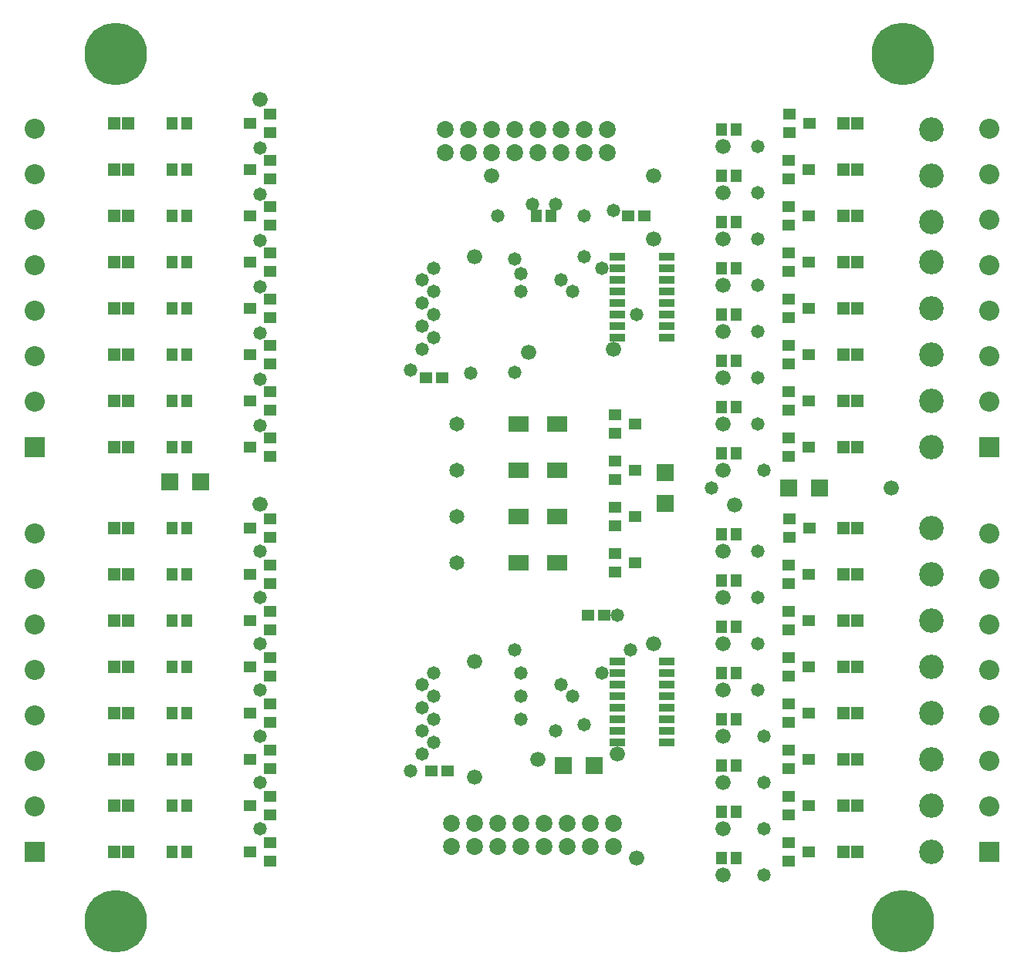
<source format=gbr>
G04 Easy-PC Gerber Version 25.0 Build 5877*
G04 #@! TF.Part,Single*
G04 #@! TF.FileFunction,Soldermask,Top*
G04 #@! TF.FilePolarity,Negative*
%FSLAX35Y35*%
%MOIN*%
G04 #@! TA.AperFunction,SMDPad,CuDef*
%ADD80R,0.05000X0.05400*%
%ADD78R,0.05500X0.05500*%
%ADD111R,0.07300X0.07300*%
G04 #@! TA.AperFunction,ComponentPad*
%ADD81R,0.08677X0.08677*%
G04 #@! TA.AperFunction,ViaPad*
%ADD10C,0.05800*%
G04 #@! TA.AperFunction,ComponentPad*
%ADD112C,0.06500*%
G04 #@! TA.AperFunction,ViaPad*
%ADD11C,0.06600*%
G04 #@! TA.AperFunction,SMDPad,CuDef*
%ADD110R,0.07102X0.03756*%
G04 #@! TA.AperFunction,ComponentPad*
%ADD83C,0.07319*%
G04 #@! TA.AperFunction,SMDPad,CuDef*
%ADD95R,0.05291X0.04937*%
%ADD79R,0.05800X0.05000*%
G04 #@! TA.AperFunction,ComponentPad*
%ADD82C,0.08677*%
G04 #@! TA.AperFunction,SMDPad,CuDef*
%ADD94R,0.08874X0.07102*%
G04 #@! TA.AperFunction,WasherPad*
%ADD109C,0.10600*%
%ADD108C,0.27000*%
G04 #@! TD.AperFunction*
X0Y0D02*
D02*
D10*
X152750Y60250D03*
Y80250D03*
Y100250D03*
Y120250D03*
Y140250D03*
Y160250D03*
Y180250D03*
Y234750D03*
Y254750D03*
Y274750D03*
Y294750D03*
Y314750D03*
Y334750D03*
Y354750D03*
X217750Y85250D03*
Y258750D03*
X222750Y92750D03*
Y102750D03*
Y112750D03*
Y122750D03*
Y267750D03*
Y277750D03*
Y287750D03*
Y297750D03*
X227750Y97750D03*
Y107750D03*
Y117750D03*
Y127750D03*
Y272750D03*
Y282750D03*
Y292750D03*
Y302750D03*
X243750Y257250D03*
X255250Y325250D03*
X262750Y137750D03*
Y257750D03*
Y306750D03*
X265250Y107750D03*
Y117750D03*
Y127750D03*
Y292750D03*
Y300250D03*
X270250Y330250D03*
X280250Y102750D03*
Y330250D03*
X282750Y122750D03*
Y297750D03*
X287750Y117750D03*
Y292750D03*
X292750Y105250D03*
Y307750D03*
Y325250D03*
X300250Y127750D03*
Y302750D03*
X305250Y327750D03*
X307022Y152750D03*
X312750Y137750D03*
X315250Y282750D03*
X347750Y207750D03*
X367750Y120250D03*
Y140250D03*
Y160250D03*
Y180250D03*
Y235250D03*
Y255250D03*
Y275250D03*
Y295250D03*
Y315250D03*
Y335250D03*
Y355250D03*
X370250Y40250D03*
Y60250D03*
Y80250D03*
Y100250D03*
Y215250D03*
D02*
D11*
X152750Y200750D03*
Y375750D03*
X245250Y82750D03*
Y132750D03*
Y307750D03*
X252750Y342750D03*
X268750Y266250D03*
X272750Y90250D03*
X305250Y267750D03*
X307022Y92750D03*
X315250Y47750D03*
X322750Y140250D03*
Y315250D03*
Y342750D03*
X352750Y40250D03*
Y60250D03*
Y80250D03*
Y100250D03*
Y120250D03*
Y140250D03*
Y160250D03*
Y180250D03*
Y215250D03*
Y235250D03*
Y255250D03*
Y275250D03*
Y295250D03*
Y315250D03*
Y335250D03*
Y355250D03*
X357750Y200250D03*
X425250Y207750D03*
D02*
D78*
X89797Y50250D03*
Y70250D03*
Y90250D03*
Y110250D03*
Y130250D03*
Y150250D03*
Y170250D03*
Y190250D03*
Y225250D03*
Y245250D03*
Y265250D03*
Y285250D03*
Y305250D03*
Y325250D03*
Y345250D03*
Y365250D03*
X95703Y50250D03*
Y70250D03*
Y90250D03*
Y110250D03*
Y130250D03*
Y150250D03*
Y170250D03*
Y190250D03*
Y225250D03*
Y245250D03*
Y265250D03*
Y285250D03*
Y305250D03*
Y325250D03*
Y345250D03*
Y365250D03*
X404797Y50250D03*
Y70250D03*
Y90250D03*
Y110250D03*
Y130250D03*
Y150250D03*
Y170250D03*
Y190250D03*
Y225250D03*
Y245250D03*
Y265250D03*
Y285250D03*
Y305250D03*
Y325250D03*
Y345250D03*
Y365250D03*
X410703Y50250D03*
Y70250D03*
Y90250D03*
Y110250D03*
Y130250D03*
Y150250D03*
Y170250D03*
Y190250D03*
Y225250D03*
Y245250D03*
Y265250D03*
Y285250D03*
Y305250D03*
Y325250D03*
Y345250D03*
Y365250D03*
D02*
D79*
X148350Y50250D03*
Y70250D03*
Y90250D03*
Y110250D03*
Y130250D03*
Y150250D03*
Y170250D03*
Y190250D03*
Y225250D03*
Y245250D03*
Y265250D03*
Y285250D03*
Y305250D03*
Y325250D03*
Y345250D03*
Y365250D03*
X157050Y46250D03*
Y54250D03*
Y66250D03*
Y74250D03*
Y86250D03*
Y94250D03*
Y106250D03*
Y114250D03*
Y126250D03*
Y134250D03*
Y146250D03*
Y154250D03*
Y166250D03*
Y174250D03*
Y186250D03*
Y194250D03*
Y221250D03*
Y229250D03*
Y241250D03*
Y249250D03*
Y261250D03*
Y269250D03*
Y281250D03*
Y289250D03*
Y301250D03*
Y309250D03*
Y321250D03*
Y329250D03*
Y341250D03*
Y349250D03*
Y361250D03*
Y369250D03*
X305950Y171250D03*
Y179250D03*
Y191250D03*
Y199250D03*
Y211250D03*
Y219250D03*
Y231250D03*
Y239250D03*
X314650Y175250D03*
Y195250D03*
Y215250D03*
Y235250D03*
X380950Y46250D03*
Y54250D03*
Y66250D03*
Y74250D03*
Y86250D03*
Y94250D03*
Y106250D03*
Y114250D03*
Y126250D03*
Y134250D03*
Y146250D03*
Y154250D03*
Y166250D03*
Y174250D03*
Y221250D03*
Y229250D03*
Y241250D03*
Y249250D03*
Y261250D03*
Y269250D03*
Y281250D03*
Y289250D03*
Y301250D03*
Y309250D03*
Y321250D03*
Y329250D03*
Y341250D03*
Y349250D03*
X381450Y186250D03*
Y194250D03*
Y361250D03*
Y369250D03*
X389650Y50250D03*
Y70250D03*
Y90250D03*
Y110250D03*
Y130250D03*
Y150250D03*
Y170250D03*
Y225250D03*
Y245250D03*
Y265250D03*
Y285250D03*
Y305250D03*
Y325250D03*
Y345250D03*
X390150Y190250D03*
Y365250D03*
D02*
D80*
X114600Y50250D03*
Y70250D03*
Y90250D03*
Y110250D03*
Y130250D03*
Y150250D03*
Y170250D03*
Y190250D03*
Y225250D03*
Y245250D03*
Y265250D03*
Y285250D03*
Y305250D03*
Y325250D03*
Y345250D03*
Y365250D03*
X120900Y50250D03*
Y70250D03*
Y90250D03*
Y110250D03*
Y130250D03*
Y150250D03*
Y170250D03*
Y190250D03*
Y225250D03*
Y245250D03*
Y265250D03*
Y285250D03*
Y305250D03*
Y325250D03*
Y345250D03*
Y365250D03*
X272100Y325250D03*
X278400D03*
X352100Y47750D03*
Y67750D03*
Y87750D03*
Y107750D03*
Y127750D03*
Y147750D03*
Y167750D03*
Y187750D03*
Y222750D03*
Y242750D03*
Y262750D03*
Y282750D03*
Y302750D03*
Y322750D03*
Y342750D03*
Y362750D03*
X358400Y47750D03*
Y67750D03*
Y87750D03*
Y107750D03*
Y127750D03*
Y147750D03*
Y167750D03*
Y187750D03*
Y222750D03*
Y242750D03*
Y262750D03*
Y282750D03*
Y302750D03*
Y322750D03*
Y342750D03*
Y362750D03*
D02*
D81*
X55250Y50250D03*
Y225250D03*
X467750Y50250D03*
Y225250D03*
D02*
D82*
X55250Y69935D03*
Y89620D03*
Y109305D03*
Y128990D03*
Y148675D03*
Y168360D03*
Y188045D03*
Y244935D03*
Y264620D03*
Y284305D03*
Y303990D03*
Y323675D03*
Y343360D03*
Y363045D03*
X467750Y69935D03*
Y89620D03*
Y109305D03*
Y128990D03*
Y148675D03*
Y168360D03*
Y188045D03*
Y244935D03*
Y264620D03*
Y284305D03*
Y303990D03*
Y323675D03*
Y343360D03*
Y363045D03*
D02*
D83*
X232750Y352750D03*
Y362750D03*
X235250Y52750D03*
Y62750D03*
X242750Y352750D03*
Y362750D03*
X245250Y52750D03*
Y62750D03*
X252750Y352750D03*
Y362750D03*
X255250Y52750D03*
Y62750D03*
X262750Y352750D03*
Y362750D03*
X265250Y52750D03*
Y62750D03*
X272750Y352750D03*
Y362750D03*
X275250Y52750D03*
Y62750D03*
X282750Y352750D03*
Y362750D03*
X285250Y52750D03*
Y62750D03*
X292750Y352750D03*
Y362750D03*
X295250Y52750D03*
Y62750D03*
X302750Y352750D03*
Y362750D03*
X305250Y52750D03*
Y62750D03*
D02*
D94*
X264482Y175250D03*
Y195250D03*
Y215250D03*
Y235250D03*
X281018Y175250D03*
Y195250D03*
Y215250D03*
Y235250D03*
D02*
D95*
X224250Y255250D03*
X226750Y85250D03*
X231250Y255250D03*
X233750Y85250D03*
X294250Y152750D03*
X301250D03*
X311750Y325250D03*
X318750D03*
D02*
D108*
X90250Y20250D03*
Y395250D03*
X430250Y20250D03*
Y395250D03*
D02*
D109*
X442750Y50250D03*
Y70250D03*
Y90250D03*
Y110250D03*
Y130250D03*
Y150250D03*
Y170250D03*
Y190250D03*
Y225250D03*
Y245250D03*
Y265250D03*
Y285250D03*
Y305250D03*
Y322750D03*
Y342750D03*
Y362750D03*
D02*
D110*
X307022Y97750D03*
Y102750D03*
Y107750D03*
Y112750D03*
Y117750D03*
Y122750D03*
Y127750D03*
Y132750D03*
Y272750D03*
Y277750D03*
Y282750D03*
Y287750D03*
Y292750D03*
Y297750D03*
Y302750D03*
Y307750D03*
X328478Y97750D03*
Y102750D03*
Y107750D03*
Y112750D03*
Y117750D03*
Y122750D03*
Y127750D03*
Y132750D03*
Y272750D03*
Y277750D03*
Y282750D03*
Y287750D03*
Y292750D03*
Y297750D03*
Y302750D03*
Y307750D03*
D02*
D111*
X113550Y210250D03*
X126950D03*
X283550Y87750D03*
X296950D03*
X327750Y201050D03*
Y214450D03*
X381050Y207750D03*
X394450D03*
D02*
D112*
X237750Y175250D03*
Y195250D03*
Y215250D03*
Y235250D03*
X0Y0D02*
M02*

</source>
